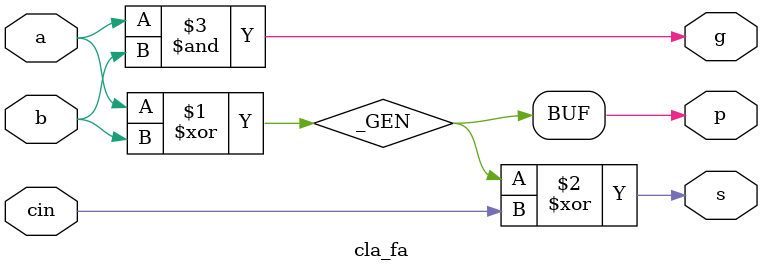
<source format=v>
module cla_fa(	// file.cleaned.mlir:2:3
  input  a,	// file.cleaned.mlir:2:24
         b,	// file.cleaned.mlir:2:36
         cin,	// file.cleaned.mlir:2:48
  output s,	// file.cleaned.mlir:2:63
         p,	// file.cleaned.mlir:2:75
         g	// file.cleaned.mlir:2:87
);

  wire _GEN = a ^ b;	// file.cleaned.mlir:3:10
  assign s = _GEN ^ cin;	// file.cleaned.mlir:3:10, :4:10, :6:5
  assign p = _GEN;	// file.cleaned.mlir:3:10, :6:5
  assign g = a & b;	// file.cleaned.mlir:5:10, :6:5
endmodule


</source>
